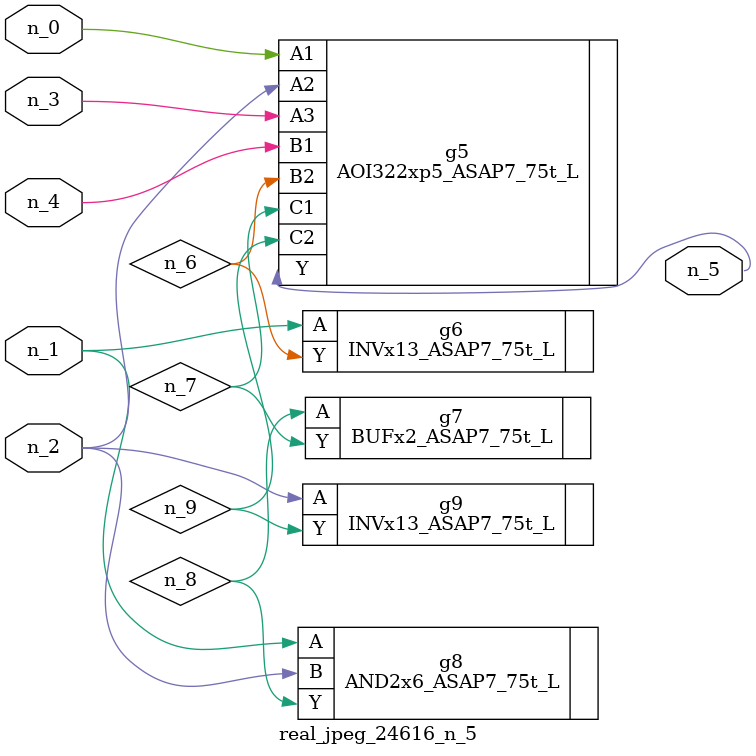
<source format=v>
module real_jpeg_24616_n_5 (n_4, n_0, n_1, n_2, n_3, n_5);

input n_4;
input n_0;
input n_1;
input n_2;
input n_3;

output n_5;

wire n_8;
wire n_6;
wire n_7;
wire n_9;

AOI322xp5_ASAP7_75t_L g5 ( 
.A1(n_0),
.A2(n_2),
.A3(n_3),
.B1(n_4),
.B2(n_6),
.C1(n_7),
.C2(n_9),
.Y(n_5)
);

INVx13_ASAP7_75t_L g6 ( 
.A(n_1),
.Y(n_6)
);

AND2x6_ASAP7_75t_L g8 ( 
.A(n_1),
.B(n_2),
.Y(n_8)
);

INVx13_ASAP7_75t_L g9 ( 
.A(n_2),
.Y(n_9)
);

BUFx2_ASAP7_75t_L g7 ( 
.A(n_8),
.Y(n_7)
);


endmodule
</source>
